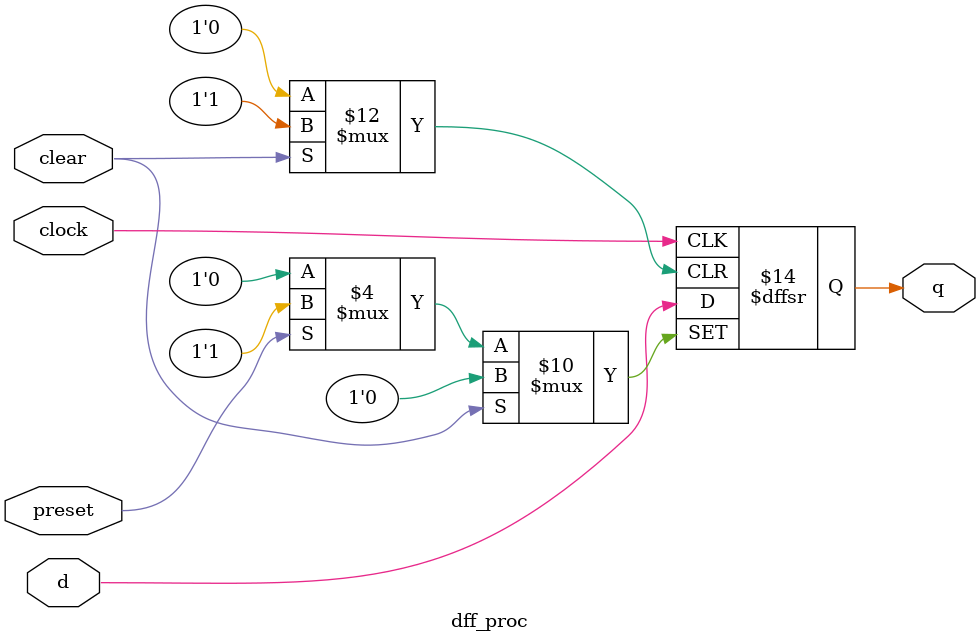
<source format=sv>
module dff_proc (
    input  logic d,
    input  logic clear,     // asynchronous clear (active high)
    input  logic preset,    // asynchronous preset (active high)
    input  logic clock,
    output logic q
);

    always_ff @(posedge clock or posedge clear or posedge preset) begin
        if (clear)
            q <= 1'b0;
        else if (preset)
            q <= 1'b1;
        else
            q <= d;
    end

endmodule

</source>
